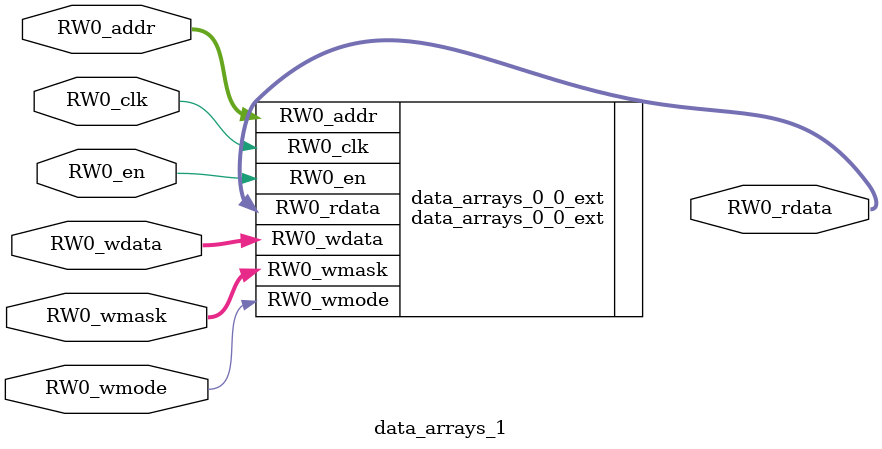
<source format=sv>
`ifndef RANDOMIZE
  `ifdef RANDOMIZE_REG_INIT
    `define RANDOMIZE
  `endif // RANDOMIZE_REG_INIT
`endif // not def RANDOMIZE
`ifndef RANDOMIZE
  `ifdef RANDOMIZE_MEM_INIT
    `define RANDOMIZE
  `endif // RANDOMIZE_MEM_INIT
`endif // not def RANDOMIZE

`ifndef RANDOM
  `define RANDOM $random
`endif // not def RANDOM

// Users can define 'PRINTF_COND' to add an extra gate to prints.
`ifndef PRINTF_COND_
  `ifdef PRINTF_COND
    `define PRINTF_COND_ (`PRINTF_COND)
  `else  // PRINTF_COND
    `define PRINTF_COND_ 1
  `endif // PRINTF_COND
`endif // not def PRINTF_COND_

// Users can define 'ASSERT_VERBOSE_COND' to add an extra gate to assert error printing.
`ifndef ASSERT_VERBOSE_COND_
  `ifdef ASSERT_VERBOSE_COND
    `define ASSERT_VERBOSE_COND_ (`ASSERT_VERBOSE_COND)
  `else  // ASSERT_VERBOSE_COND
    `define ASSERT_VERBOSE_COND_ 1
  `endif // ASSERT_VERBOSE_COND
`endif // not def ASSERT_VERBOSE_COND_

// Users can define 'STOP_COND' to add an extra gate to stop conditions.
`ifndef STOP_COND_
  `ifdef STOP_COND
    `define STOP_COND_ (`STOP_COND)
  `else  // STOP_COND
    `define STOP_COND_ 1
  `endif // STOP_COND
`endif // not def STOP_COND_

// Users can define INIT_RANDOM as general code that gets injected into the
// initializer block for modules with registers.
`ifndef INIT_RANDOM
  `define INIT_RANDOM
`endif // not def INIT_RANDOM

// If using random initialization, you can also define RANDOMIZE_DELAY to
// customize the delay used, otherwise 0.002 is used.
`ifndef RANDOMIZE_DELAY
  `define RANDOMIZE_DELAY 0.002
`endif // not def RANDOMIZE_DELAY

// Define INIT_RANDOM_PROLOG_ for use in our modules below.
`ifndef INIT_RANDOM_PROLOG_
  `ifdef RANDOMIZE
    `ifdef VERILATOR
      `define INIT_RANDOM_PROLOG_ `INIT_RANDOM
    `else  // VERILATOR
      `define INIT_RANDOM_PROLOG_ `INIT_RANDOM #`RANDOMIZE_DELAY begin end
    `endif // VERILATOR
  `else  // RANDOMIZE
    `define INIT_RANDOM_PROLOG_
  `endif // RANDOMIZE
`endif // not def INIT_RANDOM_PROLOG_

module data_arrays_1(	// @[DescribedSRAM.scala:17:26]
  input  [8:0]   RW0_addr,
  input          RW0_en,
                 RW0_clk,
                 RW0_wmode,
  input  [127:0] RW0_wdata,
  input  [3:0]   RW0_wmask,
  output [127:0] RW0_rdata
);

  data_arrays_0_0_ext data_arrays_0_0_ext (	// @[DescribedSRAM.scala:17:26]
    .RW0_addr  (RW0_addr),
    .RW0_en    (RW0_en),
    .RW0_clk   (RW0_clk),
    .RW0_wmode (RW0_wmode),
    .RW0_wdata (RW0_wdata),
    .RW0_wmask (RW0_wmask),
    .RW0_rdata (RW0_rdata)
  );
endmodule


</source>
